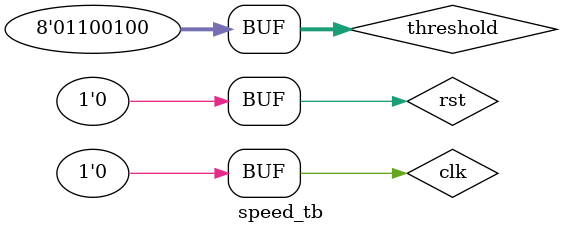
<source format=v>
module speed (
  input clk,
  input rst,
  input [7:0] threshold,
  input [7:0] af,
  input [7:0] bf,
  output reg [7:0] speed,
  output reg [7:0] o_af,
  output reg [7:0] o_bf
);

  reg [7:0] temp_af;
  reg [7:0] temp_bf;

  always @(posedge clk) begin
    if (rst) begin
      temp_af <= 0;
      temp_bf <= 0;
      speed <= 0;
    end else begin
      if (speed < threshold) begin
        temp_af <= af + 10;
      end else if (speed > threshold) begin
        temp_bf <= threshold - speed;
        temp_af <= 0;
      end
    end
  end

  always @* begin
    speed = speed + af - bf;
    o_af = temp_af;
    o_bf = temp_bf;
  end

endmodule

module speed_tb;
  reg clk;
  reg rst;
  reg [7:0] threshold;
  reg [7:0] af;
  reg [7:0] bf;
  wire [7:0] speed;
  wire [7:0] o_af;
  wire [7:0] o_bf;

  speed speedtb (
    .clk(clk),
    .rst(rst),
    .threshold(threshold),
    .af(af),
    .bf(bf),
    .speed(speed),
    .o_af(o_af),
    .o_bf(o_bf)
  );

  initial begin
    rst = 1;
    clk = 0;
    threshold = 100;
    af = 0;
    bf = 0;
    #10 rst = 0;
  end

    initial begin
        repeat(100) begin
            #5 clk = ~clk;
        end
    end
  always @(negedge clk) begin
    af = o_af;
    bf = o_bf;
  end

  initial begin
    $monitor("time = %0d, clk=%b rst=%b threshold=%d af=%d bf=%d speed=%d", $time, clk, rst, threshold, af, bf, speed);
  end

endmodule

</source>
